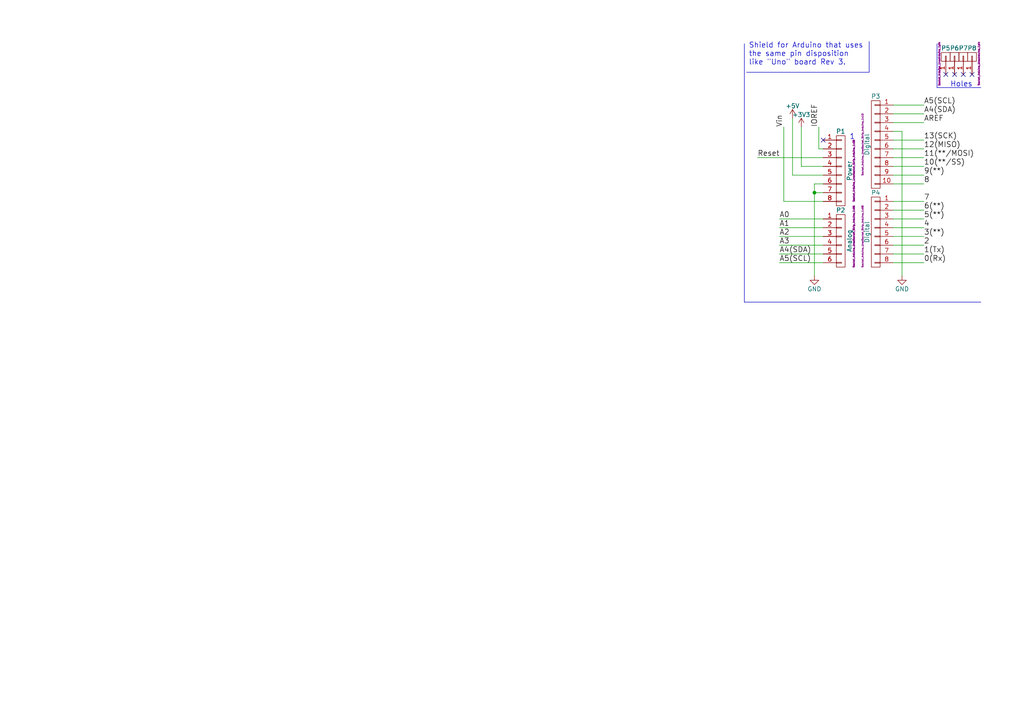
<source format=kicad_sch>
(kicad_sch (version 20230121) (generator eeschema)
  (paper "A4")
  (title_block (date "lun. 30 mars 2015"))
  (lib_symbols
    (symbol "Arduino_As_Uno-rescue:+3.3V" (power) (pin_names (offset 0))
      (property "Value" "+3.3V" (at 0 3.556 0))
      (symbol "+3.3V_0_1"
        (polyline (pts (xy -0.762 1.27) (xy 0 2.54)))
        (polyline (pts (xy 0 0) (xy 0 2.54)))
        (polyline (pts (xy 0 2.54) (xy 0.762 1.27)))
      )
      (symbol "+3.3V_1_1"
        (pin power_in line (at 0 0 90) (length 0) hide (name "+3V3") (number "1"))
      )
    )
    (symbol "Arduino_As_Uno-rescue:+5V" (power) (pin_names (offset 0))
      (property "Value" "+5V" (at 0 3.556 0))
      (symbol "+5V_0_1"
        (polyline (pts (xy -0.762 1.27) (xy 0 2.54)))
        (polyline (pts (xy 0 0) (xy 0 2.54)))
        (polyline (pts (xy 0 2.54) (xy 0.762 1.27)))
      )
      (symbol "+5V_1_1"
        (pin power_in line (at 0 0 90) (length 0) hide (name "+5V") (number "1"))
      )
    )
    (symbol "Arduino_As_Uno-rescue:CONN_01X01" (pin_names (offset 1.016) hide)
      (property "Reference" "P" (at 0 2.54 0))
      (property "Value" "CONN_01X01" (at 2.54 0 90))
      (symbol "CONN_01X01_0_1"
        (rectangle (start -1.27 0.127) (end 0.254 -0.127))
        (rectangle (start -1.27 1.27) (end 1.27 -1.27))
      )
      (symbol "CONN_01X01_1_1"
        (pin passive line (at -5.08 0 0) (length 3.81) (name "P1") (number "1"))
      )
    )
    (symbol "Arduino_As_Uno-rescue:CONN_01X06" (pin_names (offset 1.016) hide)
      (property "Reference" "P" (at 0 8.89 0))
      (property "Value" "CONN_01X06" (at 2.54 0 90))
      (symbol "CONN_01X06_0_1"
        (rectangle (start -1.27 -6.223) (end 0.254 -6.477))
        (rectangle (start -1.27 -3.683) (end 0.254 -3.937))
        (rectangle (start -1.27 -1.143) (end 0.254 -1.397))
        (rectangle (start -1.27 1.397) (end 0.254 1.143))
        (rectangle (start -1.27 3.937) (end 0.254 3.683))
        (rectangle (start -1.27 6.477) (end 0.254 6.223))
        (rectangle (start -1.27 7.62) (end 1.27 -7.62))
      )
      (symbol "CONN_01X06_1_1"
        (pin passive line (at -5.08 6.35 0) (length 3.81) (name "P1") (number "1"))
        (pin passive line (at -5.08 3.81 0) (length 3.81) (name "P2") (number "2"))
        (pin passive line (at -5.08 1.27 0) (length 3.81) (name "P3") (number "3"))
        (pin passive line (at -5.08 -1.27 0) (length 3.81) (name "P4") (number "4"))
        (pin passive line (at -5.08 -3.81 0) (length 3.81) (name "P5") (number "5"))
        (pin passive line (at -5.08 -6.35 0) (length 3.81) (name "P6") (number "6"))
      )
    )
    (symbol "Arduino_As_Uno-rescue:CONN_01X08" (pin_names (offset 1.016) hide)
      (property "Reference" "P" (at 0 11.43 0))
      (property "Value" "CONN_01X08" (at 2.54 0 90))
      (symbol "CONN_01X08_0_1"
        (rectangle (start -1.27 -10.16) (end 1.27 10.16))
        (rectangle (start -1.27 -8.763) (end 0.254 -9.017))
        (rectangle (start -1.27 -6.223) (end 0.254 -6.477))
        (rectangle (start -1.27 -3.683) (end 0.254 -3.937))
        (rectangle (start -1.27 -1.143) (end 0.254 -1.397))
        (rectangle (start -1.27 1.397) (end 0.254 1.143))
        (rectangle (start -1.27 3.937) (end 0.254 3.683))
        (rectangle (start -1.27 6.477) (end 0.254 6.223))
        (rectangle (start -1.27 9.017) (end 0.254 8.763))
      )
      (symbol "CONN_01X08_1_1"
        (pin passive line (at -5.08 8.89 0) (length 3.81) (name "P1") (number "1"))
        (pin passive line (at -5.08 6.35 0) (length 3.81) (name "P2") (number "2"))
        (pin passive line (at -5.08 3.81 0) (length 3.81) (name "P3") (number "3"))
        (pin passive line (at -5.08 1.27 0) (length 3.81) (name "P4") (number "4"))
        (pin passive line (at -5.08 -1.27 0) (length 3.81) (name "P5") (number "5"))
        (pin passive line (at -5.08 -3.81 0) (length 3.81) (name "P6") (number "6"))
        (pin passive line (at -5.08 -6.35 0) (length 3.81) (name "P7") (number "7"))
        (pin passive line (at -5.08 -8.89 0) (length 3.81) (name "P8") (number "8"))
      )
    )
    (symbol "Arduino_As_Uno-rescue:CONN_01X10" (pin_names (offset 1.016) hide)
      (property "Reference" "P" (at 0 13.97 0))
      (property "Value" "CONN_01X10" (at 2.54 0 90))
      (symbol "CONN_01X10_0_1"
        (rectangle (start -1.27 -11.303) (end 0.254 -11.557))
        (rectangle (start -1.27 -8.763) (end 0.254 -9.017))
        (rectangle (start -1.27 -6.223) (end 0.254 -6.477))
        (rectangle (start -1.27 -3.683) (end 0.254 -3.937))
        (rectangle (start -1.27 -1.143) (end 0.254 -1.397))
        (rectangle (start -1.27 1.397) (end 0.254 1.143))
        (rectangle (start -1.27 3.937) (end 0.254 3.683))
        (rectangle (start -1.27 6.477) (end 0.254 6.223))
        (rectangle (start -1.27 9.017) (end 0.254 8.763))
        (rectangle (start -1.27 11.557) (end 0.254 11.303))
        (rectangle (start -1.27 12.7) (end 1.27 -12.7))
      )
      (symbol "CONN_01X10_1_1"
        (pin passive line (at -5.08 11.43 0) (length 3.81) (name "P1") (number "1"))
        (pin passive line (at -5.08 -11.43 0) (length 3.81) (name "P10") (number "10"))
        (pin passive line (at -5.08 8.89 0) (length 3.81) (name "P2") (number "2"))
        (pin passive line (at -5.08 6.35 0) (length 3.81) (name "P3") (number "3"))
        (pin passive line (at -5.08 3.81 0) (length 3.81) (name "P4") (number "4"))
        (pin passive line (at -5.08 1.27 0) (length 3.81) (name "P5") (number "5"))
        (pin passive line (at -5.08 -1.27 0) (length 3.81) (name "P6") (number "6"))
        (pin passive line (at -5.08 -3.81 0) (length 3.81) (name "P7") (number "7"))
        (pin passive line (at -5.08 -6.35 0) (length 3.81) (name "P8") (number "8"))
        (pin passive line (at -5.08 -8.89 0) (length 3.81) (name "P9") (number "9"))
      )
    )
    (symbol "Arduino_As_Uno-rescue:GND" (power) (pin_names (offset 0))
      (property "Value" "GND" (at 0 -3.81 0))
      (symbol "GND_0_1"
        (polyline (pts (xy 0 0) (xy 0 -1.27) (xy 1.27 -1.27) (xy 0 -2.54) (xy -1.27 -1.27) (xy 0 -1.27)))
      )
      (symbol "GND_1_1"
        (pin power_in line (at 0 0 270) (length 0) hide (name "GND") (number "1"))
      )
    )
  )
  (junction (at 236.22 55.88))
  (no_connect (at 279.4 21.59))
  (no_connect (at 238.76 40.64))
  (no_connect (at 281.94 21.59))
  (no_connect (at 274.32 21.59))
  (no_connect (at 276.86 21.59))
  (wire (pts (xy 237.49 36.83) (xy 237.49 43.18)))
  (wire (pts (xy 238.76 63.5) (xy 226.06 63.5)))
  (polyline (pts (xy 252.095 20.955) (xy 252.095 12.065)))
  (wire (pts (xy 259.08 43.18) (xy 267.97 43.18)))
  (wire (pts (xy 238.76 48.26) (xy 232.41 48.26)))
  (wire (pts (xy 259.08 38.1) (xy 261.62 38.1)))
  (wire (pts (xy 259.08 33.02) (xy 267.97 33.02)))
  (wire (pts (xy 238.76 73.66) (xy 226.06 73.66)))
  (wire (pts (xy 259.08 60.96) (xy 267.97 60.96)))
  (wire (pts (xy 238.76 58.42) (xy 227.33 58.42)))
  (wire (pts (xy 238.76 66.04) (xy 226.06 66.04)))
  (wire (pts (xy 238.76 68.58) (xy 226.06 68.58)))
  (polyline (pts (xy 271.78 25.4) (xy 271.78 12.7)))
  (wire (pts (xy 236.22 55.88) (xy 236.22 80.01)))
  (wire (pts (xy 259.08 40.64) (xy 267.97 40.64)))
  (wire (pts (xy 261.62 38.1) (xy 261.62 80.01)))
  (wire (pts (xy 238.76 50.8) (xy 229.87 50.8)))
  (wire (pts (xy 259.08 73.66) (xy 267.97 73.66)))
  (wire (pts (xy 259.08 63.5) (xy 267.97 63.5)))
  (polyline (pts (xy 215.9 12.7) (xy 215.9 87.63)))
  (wire (pts (xy 259.08 53.34) (xy 267.97 53.34)))
  (polyline (pts (xy 216.535 20.955) (xy 252.095 20.955)))
  (polyline (pts (xy 284.48 25.4) (xy 271.78 25.4)))
  (wire (pts (xy 238.76 53.34) (xy 236.22 53.34)))
  (wire (pts (xy 259.08 35.56) (xy 267.97 35.56)))
  (wire (pts (xy 259.08 30.48) (xy 267.97 30.48)))
  (wire (pts (xy 227.33 58.42) (xy 227.33 36.83)))
  (wire (pts (xy 259.08 45.72) (xy 267.97 45.72)))
  (wire (pts (xy 237.49 43.18) (xy 238.76 43.18)))
  (wire (pts (xy 229.87 50.8) (xy 229.87 34.29)))
  (wire (pts (xy 259.08 48.26) (xy 267.97 48.26)))
  (wire (pts (xy 259.08 71.12) (xy 267.97 71.12)))
  (wire (pts (xy 238.76 71.12) (xy 226.06 71.12)))
  (wire (pts (xy 259.08 58.42) (xy 267.97 58.42)))
  (wire (pts (xy 259.08 66.04) (xy 267.97 66.04)))
  (wire (pts (xy 259.08 68.58) (xy 267.97 68.58)))
  (wire (pts (xy 236.22 53.34) (xy 236.22 55.88)))
  (polyline (pts (xy 215.9 87.63) (xy 284.48 87.63)))
  (wire (pts (xy 232.41 48.26) (xy 232.41 36.83)))
  (wire (pts (xy 238.76 45.72) (xy 219.71 45.72)))
  (wire (pts (xy 259.08 50.8) (xy 267.97 50.8)))
  (wire (pts (xy 259.08 76.2) (xy 267.97 76.2)))
  (wire (pts (xy 238.76 55.88) (xy 236.22 55.88)))
  (wire (pts (xy 238.76 76.2) (xy 226.06 76.2)))
  (text "Shield for Arduino that uses\nthe same pin disposition\nlike \"Uno\" board Rev 3." (at 217.17 19.05 0) (effects (font (size 1.524 1.524)) (justify left bottom)))
  (text "1" (at 246.38 40.64 0) (effects (font (size 1.524 1.524)) (justify left bottom)))
  (text "Holes" (at 275.59 25.4 0) (effects (font (size 1.524 1.524)) (justify left bottom)))
  (label "9(**)" (at 267.97 50.8 0) (effects (font (size 1.524 1.524))))
  (label "Vin" (at 227.33 36.83 90) (effects (font (size 1.524 1.524))))
  (label "A5(SCL)" (at 226.06 76.2 0) (effects (font (size 1.524 1.524))))
  (label "A2" (at 226.06 68.58 0) (effects (font (size 1.524 1.524))))
  (label "7" (at 267.97 58.42 0) (effects (font (size 1.524 1.524))))
  (label "8" (at 267.97 53.34 0) (effects (font (size 1.524 1.524))))
  (label "3(**)" (at 267.97 68.58 0) (effects (font (size 1.524 1.524))))
  (label "11(**/MOSI)" (at 267.97 45.72 0) (effects (font (size 1.524 1.524))))
  (label "A4(SDA)" (at 226.06 73.66 0) (effects (font (size 1.524 1.524))))
  (label "1(Tx)" (at 267.97 73.66 0) (effects (font (size 1.524 1.524))))
  (label "A1" (at 226.06 66.04 0) (effects (font (size 1.524 1.524))))
  (label "6(**)" (at 267.97 60.96 0) (effects (font (size 1.524 1.524))))
  (label "A3" (at 226.06 71.12 0) (effects (font (size 1.524 1.524))))
  (label "AREF" (at 267.97 35.56 0) (effects (font (size 1.524 1.524))))
  (label "IOREF" (at 237.49 36.83 90) (effects (font (size 1.524 1.524))))
  (label "13(SCK)" (at 267.97 40.64 0) (effects (font (size 1.524 1.524))))
  (label "0(Rx)" (at 267.97 76.2 0) (effects (font (size 1.524 1.524))))
  (label "A5(SCL)" (at 267.97 30.48 0) (effects (font (size 1.524 1.524))))
  (label "Reset" (at 219.71 45.72 0) (effects (font (size 1.524 1.524))))
  (label "10(**/SS)" (at 267.97 48.26 0) (effects (font (size 1.524 1.524))))
  (label "A0" (at 226.06 63.5 0) (effects (font (size 1.524 1.524))))
  (label "5(**)" (at 267.97 63.5 0) (effects (font (size 1.524 1.524))))
  (label "12(MISO)" (at 267.97 43.18 0) (effects (font (size 1.524 1.524))))
  (label "2" (at 267.97 71.12 0) (effects (font (size 1.524 1.524))))
  (label "A4(SDA)" (at 267.97 33.02 0) (effects (font (size 1.524 1.524))))
  (label "4" (at 267.97 66.04 0) (effects (font (size 1.524 1.524))))
  (symbol (lib_id "Arduino_As_Uno-rescue:CONN_01X08") (at 243.84 49.53 0) (unit 1)
    (property "Reference" "P1" (at 243.84 38.1 0))
    (property "Value" "Power" (at 246.38 49.53 90))
    (property "Footprint" "Socket_Arduino_Uno:Socket_Strip_Arduino_1x08" (at 247.65 49.53 90) (effects (font (size 0.508 0.508))))
  )
  (symbol (lib_id "Arduino_As_Uno-rescue:+3.3V") (at 232.41 36.83 0) (unit 1)
    (property "Reference" "#PWR01" (effects hide))
    (property "Value" "+3.3V" (at 232.41 33.274 0))
  )
  (symbol (lib_id "Arduino_As_Uno-rescue:+5V") (at 229.87 34.29 0) (unit 1)
    (property "Reference" "#PWR02" (effects hide))
    (property "Value" "+5V" (at 229.87 30.734 0))
  )
  (symbol (lib_id "Arduino_As_Uno-rescue:GND") (at 236.22 80.01 0) (unit 1)
    (property "Reference" "#PWR03" (effects hide))
    (property "Value" "GND" (at 236.22 83.82 0))
  )
  (symbol (lib_id "Arduino_As_Uno-rescue:GND") (at 261.62 80.01 0) (unit 1)
    (property "Reference" "#PWR04" (effects hide))
    (property "Value" "GND" (at 261.62 83.82 0))
  )
  (symbol (lib_id "Arduino_As_Uno-rescue:CONN_01X06") (at 243.84 69.85 0) (unit 1)
    (property "Reference" "P2" (at 243.84 60.96 0))
    (property "Value" "Analog" (at 246.38 69.85 90))
    (property "Footprint" "Socket_Arduino_Uno:Socket_Strip_Arduino_1x06" (at 247.65 68.58 90) (effects (font (size 0.508 0.508))))
  )
  (symbol (lib_id "Arduino_As_Uno-rescue:CONN_01X01") (at 274.32 16.51 90) (unit 1)
    (property "Reference" "P5" (at 274.32 13.97 90))
    (property "Value" "CONN_01X01" (effects hide))
    (property "Footprint" "Socket_Arduino_Uno:Arduino_1pin" (at 272.4404 18.5166 0) (effects (font (size 0.508 0.508))))
  )
  (symbol (lib_id "Arduino_As_Uno-rescue:CONN_01X01") (at 276.86 16.51 90) (unit 1)
    (property "Reference" "P6" (at 276.86 13.97 90))
    (property "Value" "CONN_01X01" (effects hide))
    (property "Footprint" "Socket_Arduino_Uno:Arduino_1pin" (effects hide))
  )
  (symbol (lib_id "Arduino_As_Uno-rescue:CONN_01X01") (at 279.4 16.51 90) (unit 1)
    (property "Reference" "P7" (at 279.4 13.97 90))
    (property "Value" "CONN_01X01" (effects hide))
    (property "Footprint" "Socket_Arduino_Uno:Arduino_1pin" (effects hide))
  )
  (symbol (lib_id "Arduino_As_Uno-rescue:CONN_01X01") (at 281.94 16.51 90) (unit 1)
    (property "Reference" "P8" (at 281.94 13.97 90))
    (property "Value" "CONN_01X01" (effects hide))
    (property "Footprint" "Socket_Arduino_Uno:Arduino_1pin" (at 283.9212 18.4404 0) (effects (font (size 0.508 0.508))))
  )
  (symbol (lib_id "Arduino_As_Uno-rescue:CONN_01X08") (at 254 67.31 0) (mirror y) (unit 1)
    (property "Reference" "P4" (at 254 55.88 0))
    (property "Value" "Digital" (at 251.46 67.31 90))
    (property "Footprint" "Socket_Arduino_Uno:Socket_Strip_Arduino_1x08" (at 250.19 68.58 90) (effects (font (size 0.508 0.508))))
  )
  (symbol (lib_id "Arduino_As_Uno-rescue:CONN_01X10") (at 254 41.91 0) (mirror y) (unit 1)
    (property "Reference" "P3" (at 254 27.94 0))
    (property "Value" "Digital" (at 251.46 41.91 90))
    (property "Footprint" "Socket_Arduino_Uno:Socket_Strip_Arduino_1x10" (at 250.19 41.91 90) (effects (font (size 0.508 0.508))))
  )
)
</source>
